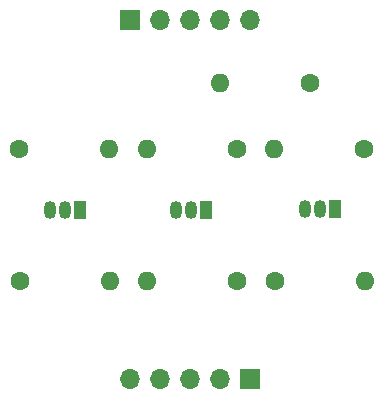
<source format=gbr>
%TF.GenerationSoftware,KiCad,Pcbnew,(6.0.5-0)*%
%TF.CreationDate,2023-04-14T18:12:18+02:00*%
%TF.ProjectId,PixelJuice_TransistorStage,50697865-6c4a-4756-9963-655f5472616e,rev?*%
%TF.SameCoordinates,Original*%
%TF.FileFunction,Soldermask,Top*%
%TF.FilePolarity,Negative*%
%FSLAX46Y46*%
G04 Gerber Fmt 4.6, Leading zero omitted, Abs format (unit mm)*
G04 Created by KiCad (PCBNEW (6.0.5-0)) date 2023-04-14 18:12:18*
%MOMM*%
%LPD*%
G01*
G04 APERTURE LIST*
%ADD10C,1.600000*%
%ADD11O,1.600000X1.600000*%
%ADD12R,1.050000X1.500000*%
%ADD13O,1.050000X1.500000*%
%ADD14R,1.700000X1.700000*%
%ADD15O,1.700000X1.700000*%
G04 APERTURE END LIST*
D10*
%TO.C,R5*%
X132790000Y-96000000D03*
D11*
X140410000Y-96000000D03*
%TD*%
D10*
%TO.C,R7*%
X154390000Y-96000000D03*
D11*
X162010000Y-96000000D03*
%TD*%
D10*
%TO.C,R4*%
X161910000Y-84800000D03*
D11*
X154290000Y-84800000D03*
%TD*%
D10*
%TO.C,R3*%
X151210000Y-84800000D03*
D11*
X143590000Y-84800000D03*
%TD*%
D12*
%TO.C,Q2*%
X148570000Y-89940000D03*
D13*
X147300000Y-89940000D03*
X146030000Y-89940000D03*
%TD*%
D10*
%TO.C,R2*%
X132690000Y-84800000D03*
D11*
X140310000Y-84800000D03*
%TD*%
D10*
%TO.C,R6*%
X151210000Y-96000000D03*
D11*
X143590000Y-96000000D03*
%TD*%
D12*
%TO.C,Q3*%
X159500000Y-89900000D03*
D13*
X158230000Y-89900000D03*
X156960000Y-89900000D03*
%TD*%
D10*
%TO.C,R1*%
X157360000Y-79200000D03*
D11*
X149740000Y-79200000D03*
%TD*%
D12*
%TO.C,Q1*%
X137900000Y-89940000D03*
D13*
X136630000Y-89940000D03*
X135360000Y-89940000D03*
%TD*%
D14*
%TO.C,J2*%
X152325000Y-104325000D03*
D15*
X149785000Y-104325000D03*
X147245000Y-104325000D03*
X144705000Y-104325000D03*
X142165000Y-104325000D03*
%TD*%
D14*
%TO.C,J1*%
X142150000Y-73850000D03*
D15*
X144690000Y-73850000D03*
X147230000Y-73850000D03*
X149770000Y-73850000D03*
X152310000Y-73850000D03*
%TD*%
M02*

</source>
